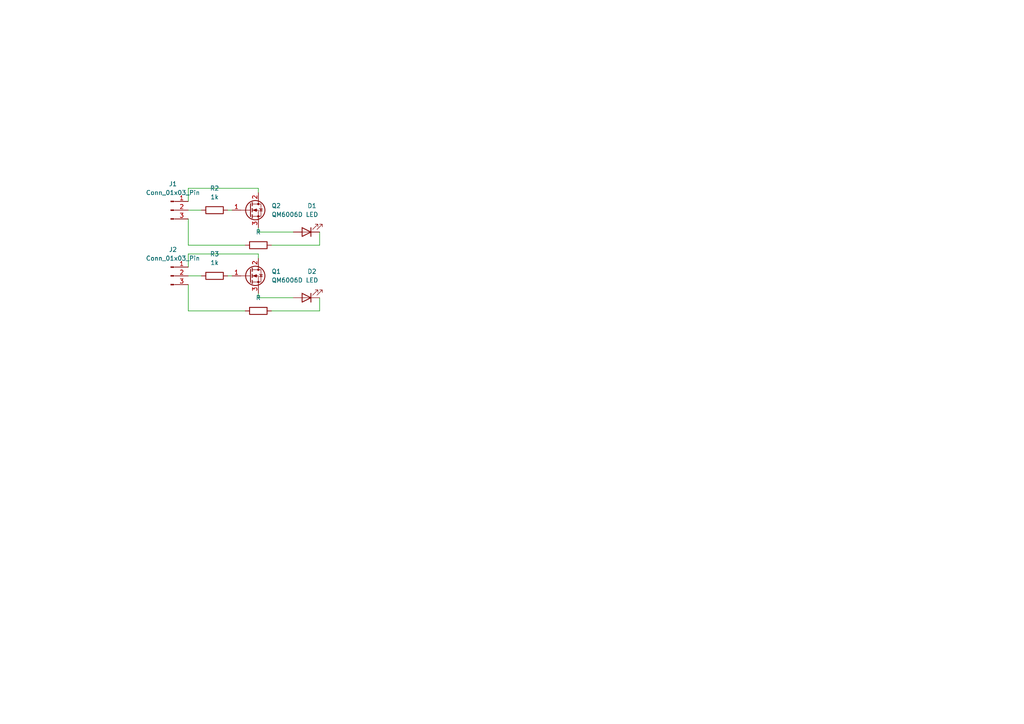
<source format=kicad_sch>
(kicad_sch (version 20250114) (generator "eeschema") (generator_version "9.0")
  (paper "A4")
  (lib_symbols
    (symbol "Connector:Conn_01x03_Pin" (pin_names (offset 1.016) (hide yes))
      (property "Reference" "J" (at 0 5.08 0))
      (property "Value" "Conn_01x03_Pin" (at 0 -5.08 0))
      (symbol "Conn_01x03_Pin_1_1"
        (rectangle (start 0.8636 2.667) (end 0 2.413) (stroke (width 0.1524)) (fill (type outline)))
        (rectangle (start 0.8636 0.127) (end 0 -0.127) (stroke (width 0.1524)) (fill (type outline)))
        (rectangle (start 0.8636 -2.413) (end 0 -2.667) (stroke (width 0.1524)) (fill (type outline)))
        (polyline (pts (xy 1.27 2.54) (xy 0.8636 2.54)) (stroke (width 0.1524)))
        (polyline (pts (xy 1.27 0) (xy 0.8636 0)) (stroke (width 0.1524)))
        (polyline (pts (xy 1.27 -2.54) (xy 0.8636 -2.54)) (stroke (width 0.1524)))
        (pin passive line (at 5.08 2.54 180) (length 3.81) (name "Pin_1") (number "1"))
        (pin passive line (at 5.08 0 180) (length 3.81) (name "Pin_2") (number "2"))
        (pin passive line (at 5.08 -2.54 180) (length 3.81) (name "Pin_3") (number "3"))
      )
    )
    (symbol "Device:LED" (pin_numbers (hide yes)) (pin_names (offset 1.016) (hide yes))
      (property "Reference" "D" (at 0 2.54 0))
      (property "Value" "LED" (at 0 -2.54 0))
      (symbol "LED_0_1"
        (polyline (pts (xy -3.048 -0.762) (xy -4.572 -2.286) (xy -3.81 -2.286) (xy -4.572 -2.286) (xy -4.572 -1.524)))
        (polyline (pts (xy -1.778 -0.762) (xy -3.302 -2.286) (xy -2.54 -2.286) (xy -3.302 -2.286) (xy -3.302 -1.524)))
        (polyline (pts (xy -1.27 0) (xy 1.27 0)))
        (polyline (pts (xy -1.27 -1.27) (xy -1.27 1.27)) (stroke (width 0.254)))
        (polyline (pts (xy 1.27 -1.27) (xy 1.27 1.27) (xy -1.27 0) (xy 1.27 -1.27)) (stroke (width 0.254)))
      )
      (symbol "LED_1_1"
        (pin passive line (at -3.81 0 0) (length 2.54) (name "K") (number "1"))
        (pin passive line (at 3.81 0 180) (length 2.54) (name "A") (number "2"))
      )
    )
    (symbol "Device:R" (pin_numbers (hide yes)) (pin_names (offset 0))
      (property "Reference" "R" (at 2.032 0 90))
      (property "Value" "R" (at 0 0 90))
      (symbol "R_0_1"
        (rectangle (start -1.016 -2.54) (end 1.016 2.54) (stroke (width 0.254)))
      )
      (symbol "R_1_1"
        (pin passive line (at 0 3.81 270) (length 1.27) (name "~") (number "1"))
        (pin passive line (at 0 -3.81 90) (length 1.27) (name "~") (number "2"))
      )
    )
    (symbol "Transistor_FET:QM6006D" (pin_names (hide yes))
      (property "Reference" "Q" (at 5.08 1.905 0))
      (property "Value" "QM6006D" (at 5.08 0 0))
      (symbol "QM6006D_0_1"
        (polyline (pts (xy 0.254 1.905) (xy 0.254 -1.905)) (stroke (width 0.254)))
        (polyline (pts (xy 0.254 0) (xy -2.54 0)))
        (polyline (pts (xy 0.762 2.286) (xy 0.762 1.27)) (stroke (width 0.254)))
        (polyline (pts (xy 0.762 0.508) (xy 0.762 -0.508)) (stroke (width 0.254)))
        (polyline (pts (xy 0.762 -1.27) (xy 0.762 -2.286)) (stroke (width 0.254)))
        (polyline (pts (xy 0.762 -1.778) (xy 3.302 -1.778) (xy 3.302 1.778) (xy 0.762 1.778)))
        (polyline (pts (xy 1.016 0) (xy 2.032 0.381) (xy 2.032 -0.381) (xy 1.016 0)) (fill (type outline)))
        (circle (center 1.651 0) (radius 2.794) (stroke (width 0.254)))
        (polyline (pts (xy 2.54 2.54) (xy 2.54 1.778)))
        (circle (center 2.54 1.778) (radius 0.254) (fill (type outline)))
        (circle (center 2.54 -1.778) (radius 0.254) (fill (type outline)))
        (polyline (pts (xy 2.54 -2.54) (xy 2.54 0) (xy 0.762 0)))
        (polyline (pts (xy 2.794 0.508) (xy 2.921 0.381) (xy 3.683 0.381) (xy 3.81 0.254)))
        (polyline (pts (xy 3.302 0.381) (xy 2.921 -0.254) (xy 3.683 -0.254) (xy 3.302 0.381)))
      )
      (symbol "QM6006D_1_1"
        (pin input line (at -5.08 0 0) (length 2.54) (name "G") (number "1"))
        (pin passive line (at 2.54 5.08 270) (length 2.54) (name "D") (number "2"))
        (pin passive line (at 2.54 -5.08 90) (length 2.54) (name "S") (number "3"))
      )
    )
  )
  (wire (pts (xy 74.93 73.66) (xy 74.93 74.93)))
  (wire (pts (xy 54.61 60.96) (xy 58.42 60.96)))
  (wire (pts (xy 74.93 86.36) (xy 74.93 85.09)))
  (wire (pts (xy 54.61 80.01) (xy 58.42 80.01)))
  (wire (pts (xy 54.61 90.17) (xy 71.12 90.17)))
  (wire (pts (xy 54.61 73.66) (xy 74.93 73.66)))
  (wire (pts (xy 54.61 63.5) (xy 54.61 71.12)))
  (wire (pts (xy 92.71 86.36) (xy 92.71 90.17)))
  (wire (pts (xy 66.04 60.96) (xy 67.31 60.96)))
  (wire (pts (xy 54.61 73.66) (xy 54.61 77.47)))
  (wire (pts (xy 74.93 86.36) (xy 85.09 86.36)))
  (wire (pts (xy 54.61 54.61) (xy 74.93 54.61)))
  (wire (pts (xy 74.93 67.31) (xy 74.93 66.04)))
  (wire (pts (xy 54.61 82.55) (xy 54.61 90.17)))
  (wire (pts (xy 54.61 71.12) (xy 71.12 71.12)))
  (wire (pts (xy 66.04 80.01) (xy 67.31 80.01)))
  (wire (pts (xy 54.61 54.61) (xy 54.61 58.42)))
  (wire (pts (xy 74.93 54.61) (xy 74.93 55.88)))
  (wire (pts (xy 78.74 71.12) (xy 92.71 71.12)))
  (wire (pts (xy 74.93 67.31) (xy 85.09 67.31)))
  (wire (pts (xy 78.74 90.17) (xy 92.71 90.17)))
  (wire (pts (xy 92.71 67.31) (xy 92.71 71.12)))
  (symbol (lib_id "Connector:Conn_01x03_Pin") (at 49.53 80.01 0) (unit 1)
    (property "Reference" "J2" (at 50.165 72.39 0))
    (property "Value" "Conn_01x03_Pin" (at 50.165 74.93 0))
    (property "Footprint" "Connector_PinSocket_2.54mm:PinSocket_1x03_P2.54mm_Horizontal" (effects (hide yes)))
    (property "Description" "Generic connector, single row, 01x03, script generated" (effects (hide yes)))
  )
  (symbol (lib_id "Device:R") (at 74.93 90.17 270) (unit 1)
    (property "Reference" "R4" (effects (hide yes)))
    (property "Value" "R" (at 74.93 86.36 90))
    (property "Footprint" "Resistor_SMD:R_1206_3216Metric" (effects (hide yes)))
    (property "Description" "Resistor" (effects (hide yes)))
  )
  (symbol (lib_id "Transistor_FET:QM6006D") (at 72.39 60.96 0) (unit 1)
    (property "Reference" "Q2" (at 78.74 59.6899 0) (effects (justify left)))
    (property "Value" "QM6006D" (at 78.74 62.2299 0) (effects (justify left)))
    (property "Footprint" "Package_TO_SOT_SMD:TO-252-2" (effects (hide yes)))
    (property "Datasheet" "http://www.jaolen.com/images/pdf/QM6006D.pdf" (effects (hide yes)))
    (property "Description" "35A Id, 60V Vds, N-Channel Power MOSFET, 18mOhm Ron, 19.3nC Qg (typ), TO252" (effects (hide yes)))
  )
  (symbol (lib_id "Device:R") (at 62.23 60.96 270) (unit 1)
    (property "Reference" "R2" (at 62.23 54.61 90))
    (property "Value" "1k" (at 62.23 57.15 90))
    (property "Footprint" "Resistor_SMD:R_1206_3216Metric" (effects (hide yes)))
    (property "Description" "Resistor" (effects (hide yes)))
  )
  (symbol (lib_id "Device:R") (at 74.93 71.12 270) (unit 1)
    (property "Reference" "R1" (effects (hide yes)))
    (property "Value" "R" (at 74.93 67.31 90))
    (property "Footprint" "Resistor_SMD:R_1206_3216Metric" (effects (hide yes)))
    (property "Description" "Resistor" (effects (hide yes)))
  )
  (symbol (lib_id "Device:LED") (at 88.9 86.36 180) (unit 1)
    (property "Reference" "D2" (at 90.4875 78.74 0))
    (property "Value" "LED" (at 90.4875 81.28 0))
    (property "Footprint" "LED_SMD:LED_1206_3216Metric" (effects (hide yes)))
    (property "Description" "Light emitting diode" (effects (hide yes)))
    (property "Sim.Pins" "1=K 2=A" (effects (hide yes)))
  )
  (symbol (lib_id "Device:R") (at 62.23 80.01 270) (unit 1)
    (property "Reference" "R3" (at 62.23 73.66 90))
    (property "Value" "1k" (at 62.23 76.2 90))
    (property "Footprint" "Resistor_SMD:R_1206_3216Metric" (effects (hide yes)))
    (property "Description" "Resistor" (effects (hide yes)))
  )
  (symbol (lib_id "Connector:Conn_01x03_Pin") (at 49.53 60.96 0) (unit 1)
    (property "Reference" "J1" (at 50.165 53.34 0))
    (property "Value" "Conn_01x03_Pin" (at 50.165 55.88 0))
    (property "Footprint" "Connector_PinSocket_2.54mm:PinSocket_1x03_P2.54mm_Horizontal" (effects (hide yes)))
    (property "Description" "Generic connector, single row, 01x03, script generated" (effects (hide yes)))
  )
  (symbol (lib_id "Device:LED") (at 88.9 67.31 180) (unit 1)
    (property "Reference" "D1" (at 90.4875 59.69 0))
    (property "Value" "LED" (at 90.4875 62.23 0))
    (property "Footprint" "LED_SMD:LED_1206_3216Metric" (effects (hide yes)))
    (property "Description" "Light emitting diode" (effects (hide yes)))
    (property "Sim.Pins" "1=K 2=A" (effects (hide yes)))
  )
  (symbol (lib_id "Transistor_FET:QM6006D") (at 72.39 80.01 0) (unit 1)
    (property "Reference" "Q1" (at 78.74 78.7399 0) (effects (justify left)))
    (property "Value" "QM6006D" (at 78.74 81.2799 0) (effects (justify left)))
    (property "Footprint" "Package_TO_SOT_SMD:TO-252-2" (effects (hide yes)))
    (property "Datasheet" "http://www.jaolen.com/images/pdf/QM6006D.pdf" (effects (hide yes)))
    (property "Description" "35A Id, 60V Vds, N-Channel Power MOSFET, 18mOhm Ron, 19.3nC Qg (typ), TO252" (effects (hide yes)))
  )
)
</source>
